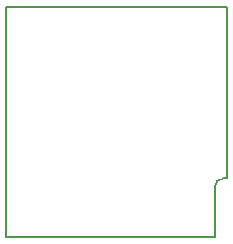
<source format=gm1>
G04*
G04 #@! TF.GenerationSoftware,Altium Limited,Altium Designer,19.1.5 (86)*
G04*
G04 Layer_Color=16711935*
%FSLAX25Y25*%
%MOIN*%
G70*
G01*
G75*
%ADD122C,0.00600*%
D122*
X85571Y29271D02*
G03*
X82721Y26422I-4J-2845D01*
G01*
X82721Y9600D02*
Y26422D01*
X13261Y9600D02*
X82721D01*
X85571Y29271D02*
X86739D01*
X13261Y9600D02*
Y86384D01*
X86739Y29271D02*
Y86384D01*
X13261Y86384D02*
X86739D01*
M02*

</source>
